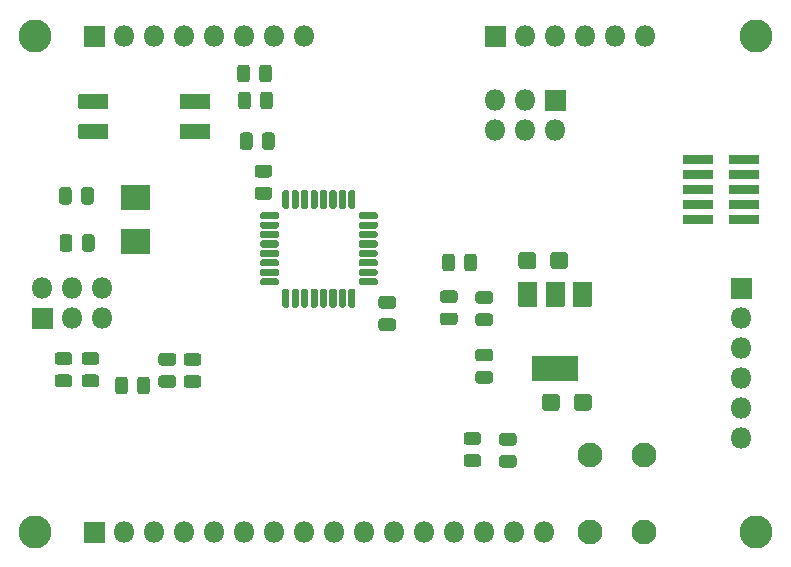
<source format=gbr>
G04 #@! TF.GenerationSoftware,KiCad,Pcbnew,8.0.3+1*
G04 #@! TF.CreationDate,2024-07-04T17:01:04+00:00*
G04 #@! TF.ProjectId,STM32F030K6T6TR_Devel,53544d33-3246-4303-9330-4b3654365452,0.0.2*
G04 #@! TF.SameCoordinates,Original*
G04 #@! TF.FileFunction,Soldermask,Top*
G04 #@! TF.FilePolarity,Negative*
%FSLAX46Y46*%
G04 Gerber Fmt 4.6, Leading zero omitted, Abs format (unit mm)*
G04 Created by KiCad (PCBNEW 8.0.3+1) date 2024-07-04 17:01:04*
%MOMM*%
%LPD*%
G01*
G04 APERTURE LIST*
%ADD10C,2.800000*%
%ADD11C,2.100000*%
%ADD12O,1.800000X1.800000*%
G04 APERTURE END LIST*
D10*
X165000000Y-116000000D03*
X165000000Y-74000000D03*
X104000000Y-74000000D03*
X104000000Y-116000000D03*
G36*
G01*
X111269900Y-86616900D02*
X113669900Y-86616900D01*
G75*
G02*
X113719900Y-86666900I0J-50000D01*
G01*
X113719900Y-88666900D01*
G75*
G02*
X113669900Y-88716900I-50000J0D01*
G01*
X111269900Y-88716900D01*
G75*
G02*
X111219900Y-88666900I0J50000D01*
G01*
X111219900Y-86666900D01*
G75*
G02*
X111269900Y-86616900I50000J0D01*
G01*
G37*
G36*
G01*
X111269900Y-90316900D02*
X113669900Y-90316900D01*
G75*
G02*
X113719900Y-90366900I0J-50000D01*
G01*
X113719900Y-92366900D01*
G75*
G02*
X113669900Y-92416900I-50000J0D01*
G01*
X111269900Y-92416900D01*
G75*
G02*
X111219900Y-92366900I0J50000D01*
G01*
X111219900Y-90366900D01*
G75*
G02*
X111269900Y-90316900I50000J0D01*
G01*
G37*
G36*
G01*
X121157000Y-79927250D02*
X121157000Y-78964750D01*
G75*
G02*
X121425750Y-78696000I268750J0D01*
G01*
X121963250Y-78696000D01*
G75*
G02*
X122232000Y-78964750I0J-268750D01*
G01*
X122232000Y-79927250D01*
G75*
G02*
X121963250Y-80196000I-268750J0D01*
G01*
X121425750Y-80196000D01*
G75*
G02*
X121157000Y-79927250I0J268750D01*
G01*
G37*
G36*
G01*
X123032000Y-79927250D02*
X123032000Y-78964750D01*
G75*
G02*
X123300750Y-78696000I268750J0D01*
G01*
X123838250Y-78696000D01*
G75*
G02*
X124107000Y-78964750I0J-268750D01*
G01*
X124107000Y-79927250D01*
G75*
G02*
X123838250Y-80196000I-268750J0D01*
G01*
X123300750Y-80196000D01*
G75*
G02*
X123032000Y-79927250I0J268750D01*
G01*
G37*
G36*
G01*
X146900000Y-105456482D02*
X146900000Y-104543518D01*
G75*
G02*
X147168518Y-104275000I268518J0D01*
G01*
X148131482Y-104275000D01*
G75*
G02*
X148400000Y-104543518I0J-268518D01*
G01*
X148400000Y-105456482D01*
G75*
G02*
X148131482Y-105725000I-268518J0D01*
G01*
X147168518Y-105725000D01*
G75*
G02*
X146900000Y-105456482I0J268518D01*
G01*
G37*
G36*
G01*
X149600000Y-105456482D02*
X149600000Y-104543518D01*
G75*
G02*
X149868518Y-104275000I268518J0D01*
G01*
X150831482Y-104275000D01*
G75*
G02*
X151100000Y-104543518I0J-268518D01*
G01*
X151100000Y-105456482D01*
G75*
G02*
X150831482Y-105725000I-268518J0D01*
G01*
X149868518Y-105725000D01*
G75*
G02*
X149600000Y-105456482I0J268518D01*
G01*
G37*
G36*
G01*
X115655250Y-103775500D02*
X114692750Y-103775500D01*
G75*
G02*
X114424000Y-103506750I0J268750D01*
G01*
X114424000Y-102969250D01*
G75*
G02*
X114692750Y-102700500I268750J0D01*
G01*
X115655250Y-102700500D01*
G75*
G02*
X115924000Y-102969250I0J-268750D01*
G01*
X115924000Y-103506750D01*
G75*
G02*
X115655250Y-103775500I-268750J0D01*
G01*
G37*
G36*
G01*
X115655250Y-101900500D02*
X114692750Y-101900500D01*
G75*
G02*
X114424000Y-101631750I0J268750D01*
G01*
X114424000Y-101094250D01*
G75*
G02*
X114692750Y-100825500I268750J0D01*
G01*
X115655250Y-100825500D01*
G75*
G02*
X115924000Y-101094250I0J-268750D01*
G01*
X115924000Y-101631750D01*
G75*
G02*
X115655250Y-101900500I-268750J0D01*
G01*
G37*
G36*
G01*
X141379000Y-92680750D02*
X141379000Y-93643250D01*
G75*
G02*
X141110250Y-93912000I-268750J0D01*
G01*
X140572750Y-93912000D01*
G75*
G02*
X140304000Y-93643250I0J268750D01*
G01*
X140304000Y-92680750D01*
G75*
G02*
X140572750Y-92412000I268750J0D01*
G01*
X141110250Y-92412000D01*
G75*
G02*
X141379000Y-92680750I0J-268750D01*
G01*
G37*
G36*
G01*
X139504000Y-92680750D02*
X139504000Y-93643250D01*
G75*
G02*
X139235250Y-93912000I-268750J0D01*
G01*
X138697750Y-93912000D01*
G75*
G02*
X138429000Y-93643250I0J268750D01*
G01*
X138429000Y-92680750D01*
G75*
G02*
X138697750Y-92412000I268750J0D01*
G01*
X139235250Y-92412000D01*
G75*
G02*
X139504000Y-92680750I0J-268750D01*
G01*
G37*
G36*
G01*
X106857250Y-103713000D02*
X105894750Y-103713000D01*
G75*
G02*
X105626000Y-103444250I0J268750D01*
G01*
X105626000Y-102906750D01*
G75*
G02*
X105894750Y-102638000I268750J0D01*
G01*
X106857250Y-102638000D01*
G75*
G02*
X107126000Y-102906750I0J-268750D01*
G01*
X107126000Y-103444250D01*
G75*
G02*
X106857250Y-103713000I-268750J0D01*
G01*
G37*
G36*
G01*
X106857250Y-101838000D02*
X105894750Y-101838000D01*
G75*
G02*
X105626000Y-101569250I0J268750D01*
G01*
X105626000Y-101031750D01*
G75*
G02*
X105894750Y-100763000I268750J0D01*
G01*
X106857250Y-100763000D01*
G75*
G02*
X107126000Y-101031750I0J-268750D01*
G01*
X107126000Y-101569250D01*
G75*
G02*
X106857250Y-101838000I-268750J0D01*
G01*
G37*
G36*
G01*
X143518750Y-107587500D02*
X144481250Y-107587500D01*
G75*
G02*
X144750000Y-107856250I0J-268750D01*
G01*
X144750000Y-108393750D01*
G75*
G02*
X144481250Y-108662500I-268750J0D01*
G01*
X143518750Y-108662500D01*
G75*
G02*
X143250000Y-108393750I0J268750D01*
G01*
X143250000Y-107856250D01*
G75*
G02*
X143518750Y-107587500I268750J0D01*
G01*
G37*
G36*
G01*
X143518750Y-109462500D02*
X144481250Y-109462500D01*
G75*
G02*
X144750000Y-109731250I0J-268750D01*
G01*
X144750000Y-110268750D01*
G75*
G02*
X144481250Y-110537500I-268750J0D01*
G01*
X143518750Y-110537500D01*
G75*
G02*
X143250000Y-110268750I0J268750D01*
G01*
X143250000Y-109731250D01*
G75*
G02*
X143518750Y-109462500I268750J0D01*
G01*
G37*
G36*
G01*
X141518750Y-95587500D02*
X142481250Y-95587500D01*
G75*
G02*
X142750000Y-95856250I0J-268750D01*
G01*
X142750000Y-96393750D01*
G75*
G02*
X142481250Y-96662500I-268750J0D01*
G01*
X141518750Y-96662500D01*
G75*
G02*
X141250000Y-96393750I0J268750D01*
G01*
X141250000Y-95856250D01*
G75*
G02*
X141518750Y-95587500I268750J0D01*
G01*
G37*
G36*
G01*
X141518750Y-97462500D02*
X142481250Y-97462500D01*
G75*
G02*
X142750000Y-97731250I0J-268750D01*
G01*
X142750000Y-98268750D01*
G75*
G02*
X142481250Y-98537500I-268750J0D01*
G01*
X141518750Y-98537500D01*
G75*
G02*
X141250000Y-98268750I0J268750D01*
G01*
X141250000Y-97731250D01*
G75*
G02*
X141518750Y-97462500I268750J0D01*
G01*
G37*
G36*
G01*
X142481250Y-103412500D02*
X141518750Y-103412500D01*
G75*
G02*
X141250000Y-103143750I0J268750D01*
G01*
X141250000Y-102606250D01*
G75*
G02*
X141518750Y-102337500I268750J0D01*
G01*
X142481250Y-102337500D01*
G75*
G02*
X142750000Y-102606250I0J-268750D01*
G01*
X142750000Y-103143750D01*
G75*
G02*
X142481250Y-103412500I-268750J0D01*
G01*
G37*
G36*
G01*
X142481250Y-101537500D02*
X141518750Y-101537500D01*
G75*
G02*
X141250000Y-101268750I0J268750D01*
G01*
X141250000Y-100731250D01*
G75*
G02*
X141518750Y-100462500I268750J0D01*
G01*
X142481250Y-100462500D01*
G75*
G02*
X142750000Y-100731250I0J-268750D01*
G01*
X142750000Y-101268750D01*
G75*
G02*
X142481250Y-101537500I-268750J0D01*
G01*
G37*
G36*
G01*
X124258800Y-82409350D02*
X124258800Y-83371850D01*
G75*
G02*
X123990050Y-83640600I-268750J0D01*
G01*
X123452550Y-83640600D01*
G75*
G02*
X123183800Y-83371850I0J268750D01*
G01*
X123183800Y-82409350D01*
G75*
G02*
X123452550Y-82140600I268750J0D01*
G01*
X123990050Y-82140600D01*
G75*
G02*
X124258800Y-82409350I0J-268750D01*
G01*
G37*
G36*
G01*
X122383800Y-82409350D02*
X122383800Y-83371850D01*
G75*
G02*
X122115050Y-83640600I-268750J0D01*
G01*
X121577550Y-83640600D01*
G75*
G02*
X121308800Y-83371850I0J268750D01*
G01*
X121308800Y-82409350D01*
G75*
G02*
X121577550Y-82140600I268750J0D01*
G01*
X122115050Y-82140600D01*
G75*
G02*
X122383800Y-82409350I0J-268750D01*
G01*
G37*
G36*
G01*
X149550000Y-94800000D02*
X151050000Y-94800000D01*
G75*
G02*
X151100000Y-94850000I0J-50000D01*
G01*
X151100000Y-96850000D01*
G75*
G02*
X151050000Y-96900000I-50000J0D01*
G01*
X149550000Y-96900000D01*
G75*
G02*
X149500000Y-96850000I0J50000D01*
G01*
X149500000Y-94850000D01*
G75*
G02*
X149550000Y-94800000I50000J0D01*
G01*
G37*
G36*
G01*
X147250000Y-94800000D02*
X148750000Y-94800000D01*
G75*
G02*
X148800000Y-94850000I0J-50000D01*
G01*
X148800000Y-96850000D01*
G75*
G02*
X148750000Y-96900000I-50000J0D01*
G01*
X147250000Y-96900000D01*
G75*
G02*
X147200000Y-96850000I0J50000D01*
G01*
X147200000Y-94850000D01*
G75*
G02*
X147250000Y-94800000I50000J0D01*
G01*
G37*
G36*
G01*
X146100000Y-101100000D02*
X149900000Y-101100000D01*
G75*
G02*
X149950000Y-101150000I0J-50000D01*
G01*
X149950000Y-103150000D01*
G75*
G02*
X149900000Y-103200000I-50000J0D01*
G01*
X146100000Y-103200000D01*
G75*
G02*
X146050000Y-103150000I0J50000D01*
G01*
X146050000Y-101150000D01*
G75*
G02*
X146100000Y-101100000I50000J0D01*
G01*
G37*
G36*
G01*
X144950000Y-94800000D02*
X146450000Y-94800000D01*
G75*
G02*
X146500000Y-94850000I0J-50000D01*
G01*
X146500000Y-96850000D01*
G75*
G02*
X146450000Y-96900000I-50000J0D01*
G01*
X144950000Y-96900000D01*
G75*
G02*
X144900000Y-96850000I0J50000D01*
G01*
X144900000Y-94850000D01*
G75*
G02*
X144950000Y-94800000I50000J0D01*
G01*
G37*
D11*
X151000000Y-116000000D03*
X151000000Y-109500000D03*
X155500000Y-116000000D03*
X155500000Y-109500000D03*
G36*
G01*
X109007400Y-91035650D02*
X109007400Y-91998150D01*
G75*
G02*
X108738650Y-92266900I-268750J0D01*
G01*
X108201150Y-92266900D01*
G75*
G02*
X107932400Y-91998150I0J268750D01*
G01*
X107932400Y-91035650D01*
G75*
G02*
X108201150Y-90766900I268750J0D01*
G01*
X108738650Y-90766900D01*
G75*
G02*
X109007400Y-91035650I0J-268750D01*
G01*
G37*
G36*
G01*
X107132400Y-91035650D02*
X107132400Y-91998150D01*
G75*
G02*
X106863650Y-92266900I-268750J0D01*
G01*
X106326150Y-92266900D01*
G75*
G02*
X106057400Y-91998150I0J268750D01*
G01*
X106057400Y-91035650D01*
G75*
G02*
X106326150Y-90766900I268750J0D01*
G01*
X106863650Y-90766900D01*
G75*
G02*
X107132400Y-91035650I0J-268750D01*
G01*
G37*
G36*
G01*
X121078500Y-77641250D02*
X121078500Y-76678750D01*
G75*
G02*
X121347250Y-76410000I268750J0D01*
G01*
X121884750Y-76410000D01*
G75*
G02*
X122153500Y-76678750I0J-268750D01*
G01*
X122153500Y-77641250D01*
G75*
G02*
X121884750Y-77910000I-268750J0D01*
G01*
X121347250Y-77910000D01*
G75*
G02*
X121078500Y-77641250I0J268750D01*
G01*
G37*
G36*
G01*
X122953500Y-77641250D02*
X122953500Y-76678750D01*
G75*
G02*
X123222250Y-76410000I268750J0D01*
G01*
X123759750Y-76410000D01*
G75*
G02*
X124028500Y-76678750I0J-268750D01*
G01*
X124028500Y-77641250D01*
G75*
G02*
X123759750Y-77910000I-268750J0D01*
G01*
X123222250Y-77910000D01*
G75*
G02*
X122953500Y-77641250I0J268750D01*
G01*
G37*
G36*
G01*
X139481250Y-98475000D02*
X138518750Y-98475000D01*
G75*
G02*
X138250000Y-98206250I0J268750D01*
G01*
X138250000Y-97668750D01*
G75*
G02*
X138518750Y-97400000I268750J0D01*
G01*
X139481250Y-97400000D01*
G75*
G02*
X139750000Y-97668750I0J-268750D01*
G01*
X139750000Y-98206250D01*
G75*
G02*
X139481250Y-98475000I-268750J0D01*
G01*
G37*
G36*
G01*
X139481250Y-96600000D02*
X138518750Y-96600000D01*
G75*
G02*
X138250000Y-96331250I0J268750D01*
G01*
X138250000Y-95793750D01*
G75*
G02*
X138518750Y-95525000I268750J0D01*
G01*
X139481250Y-95525000D01*
G75*
G02*
X139750000Y-95793750I0J-268750D01*
G01*
X139750000Y-96331250D01*
G75*
G02*
X139481250Y-96600000I-268750J0D01*
G01*
G37*
G36*
G01*
X109143250Y-103713000D02*
X108180750Y-103713000D01*
G75*
G02*
X107912000Y-103444250I0J268750D01*
G01*
X107912000Y-102906750D01*
G75*
G02*
X108180750Y-102638000I268750J0D01*
G01*
X109143250Y-102638000D01*
G75*
G02*
X109412000Y-102906750I0J-268750D01*
G01*
X109412000Y-103444250D01*
G75*
G02*
X109143250Y-103713000I-268750J0D01*
G01*
G37*
G36*
G01*
X109143250Y-101838000D02*
X108180750Y-101838000D01*
G75*
G02*
X107912000Y-101569250I0J268750D01*
G01*
X107912000Y-101031750D01*
G75*
G02*
X108180750Y-100763000I268750J0D01*
G01*
X109143250Y-100763000D01*
G75*
G02*
X109412000Y-101031750I0J-268750D01*
G01*
X109412000Y-101569250D01*
G75*
G02*
X109143250Y-101838000I-268750J0D01*
G01*
G37*
G36*
G01*
X123025000Y-89350000D02*
X123025000Y-89050000D01*
G75*
G02*
X123175000Y-88900000I150000J0D01*
G01*
X124475000Y-88900000D01*
G75*
G02*
X124625000Y-89050000I0J-150000D01*
G01*
X124625000Y-89350000D01*
G75*
G02*
X124475000Y-89500000I-150000J0D01*
G01*
X123175000Y-89500000D01*
G75*
G02*
X123025000Y-89350000I0J150000D01*
G01*
G37*
G36*
G01*
X123025000Y-90150000D02*
X123025000Y-89850000D01*
G75*
G02*
X123175000Y-89700000I150000J0D01*
G01*
X124475000Y-89700000D01*
G75*
G02*
X124625000Y-89850000I0J-150000D01*
G01*
X124625000Y-90150000D01*
G75*
G02*
X124475000Y-90300000I-150000J0D01*
G01*
X123175000Y-90300000D01*
G75*
G02*
X123025000Y-90150000I0J150000D01*
G01*
G37*
G36*
G01*
X123025000Y-90950000D02*
X123025000Y-90650000D01*
G75*
G02*
X123175000Y-90500000I150000J0D01*
G01*
X124475000Y-90500000D01*
G75*
G02*
X124625000Y-90650000I0J-150000D01*
G01*
X124625000Y-90950000D01*
G75*
G02*
X124475000Y-91100000I-150000J0D01*
G01*
X123175000Y-91100000D01*
G75*
G02*
X123025000Y-90950000I0J150000D01*
G01*
G37*
G36*
G01*
X123025000Y-91750000D02*
X123025000Y-91450000D01*
G75*
G02*
X123175000Y-91300000I150000J0D01*
G01*
X124475000Y-91300000D01*
G75*
G02*
X124625000Y-91450000I0J-150000D01*
G01*
X124625000Y-91750000D01*
G75*
G02*
X124475000Y-91900000I-150000J0D01*
G01*
X123175000Y-91900000D01*
G75*
G02*
X123025000Y-91750000I0J150000D01*
G01*
G37*
G36*
G01*
X123025000Y-92550000D02*
X123025000Y-92250000D01*
G75*
G02*
X123175000Y-92100000I150000J0D01*
G01*
X124475000Y-92100000D01*
G75*
G02*
X124625000Y-92250000I0J-150000D01*
G01*
X124625000Y-92550000D01*
G75*
G02*
X124475000Y-92700000I-150000J0D01*
G01*
X123175000Y-92700000D01*
G75*
G02*
X123025000Y-92550000I0J150000D01*
G01*
G37*
G36*
G01*
X123025000Y-93350000D02*
X123025000Y-93050000D01*
G75*
G02*
X123175000Y-92900000I150000J0D01*
G01*
X124475000Y-92900000D01*
G75*
G02*
X124625000Y-93050000I0J-150000D01*
G01*
X124625000Y-93350000D01*
G75*
G02*
X124475000Y-93500000I-150000J0D01*
G01*
X123175000Y-93500000D01*
G75*
G02*
X123025000Y-93350000I0J150000D01*
G01*
G37*
G36*
G01*
X123025000Y-94150000D02*
X123025000Y-93850000D01*
G75*
G02*
X123175000Y-93700000I150000J0D01*
G01*
X124475000Y-93700000D01*
G75*
G02*
X124625000Y-93850000I0J-150000D01*
G01*
X124625000Y-94150000D01*
G75*
G02*
X124475000Y-94300000I-150000J0D01*
G01*
X123175000Y-94300000D01*
G75*
G02*
X123025000Y-94150000I0J150000D01*
G01*
G37*
G36*
G01*
X123025000Y-94950000D02*
X123025000Y-94650000D01*
G75*
G02*
X123175000Y-94500000I150000J0D01*
G01*
X124475000Y-94500000D01*
G75*
G02*
X124625000Y-94650000I0J-150000D01*
G01*
X124625000Y-94950000D01*
G75*
G02*
X124475000Y-95100000I-150000J0D01*
G01*
X123175000Y-95100000D01*
G75*
G02*
X123025000Y-94950000I0J150000D01*
G01*
G37*
G36*
G01*
X124900000Y-96825000D02*
X124900000Y-95525000D01*
G75*
G02*
X125050000Y-95375000I150000J0D01*
G01*
X125350000Y-95375000D01*
G75*
G02*
X125500000Y-95525000I0J-150000D01*
G01*
X125500000Y-96825000D01*
G75*
G02*
X125350000Y-96975000I-150000J0D01*
G01*
X125050000Y-96975000D01*
G75*
G02*
X124900000Y-96825000I0J150000D01*
G01*
G37*
G36*
G01*
X125700000Y-96825000D02*
X125700000Y-95525000D01*
G75*
G02*
X125850000Y-95375000I150000J0D01*
G01*
X126150000Y-95375000D01*
G75*
G02*
X126300000Y-95525000I0J-150000D01*
G01*
X126300000Y-96825000D01*
G75*
G02*
X126150000Y-96975000I-150000J0D01*
G01*
X125850000Y-96975000D01*
G75*
G02*
X125700000Y-96825000I0J150000D01*
G01*
G37*
G36*
G01*
X126500000Y-96825000D02*
X126500000Y-95525000D01*
G75*
G02*
X126650000Y-95375000I150000J0D01*
G01*
X126950000Y-95375000D01*
G75*
G02*
X127100000Y-95525000I0J-150000D01*
G01*
X127100000Y-96825000D01*
G75*
G02*
X126950000Y-96975000I-150000J0D01*
G01*
X126650000Y-96975000D01*
G75*
G02*
X126500000Y-96825000I0J150000D01*
G01*
G37*
G36*
G01*
X127300000Y-96825000D02*
X127300000Y-95525000D01*
G75*
G02*
X127450000Y-95375000I150000J0D01*
G01*
X127750000Y-95375000D01*
G75*
G02*
X127900000Y-95525000I0J-150000D01*
G01*
X127900000Y-96825000D01*
G75*
G02*
X127750000Y-96975000I-150000J0D01*
G01*
X127450000Y-96975000D01*
G75*
G02*
X127300000Y-96825000I0J150000D01*
G01*
G37*
G36*
G01*
X128100000Y-96825000D02*
X128100000Y-95525000D01*
G75*
G02*
X128250000Y-95375000I150000J0D01*
G01*
X128550000Y-95375000D01*
G75*
G02*
X128700000Y-95525000I0J-150000D01*
G01*
X128700000Y-96825000D01*
G75*
G02*
X128550000Y-96975000I-150000J0D01*
G01*
X128250000Y-96975000D01*
G75*
G02*
X128100000Y-96825000I0J150000D01*
G01*
G37*
G36*
G01*
X128900000Y-96825000D02*
X128900000Y-95525000D01*
G75*
G02*
X129050000Y-95375000I150000J0D01*
G01*
X129350000Y-95375000D01*
G75*
G02*
X129500000Y-95525000I0J-150000D01*
G01*
X129500000Y-96825000D01*
G75*
G02*
X129350000Y-96975000I-150000J0D01*
G01*
X129050000Y-96975000D01*
G75*
G02*
X128900000Y-96825000I0J150000D01*
G01*
G37*
G36*
G01*
X129700000Y-96825000D02*
X129700000Y-95525000D01*
G75*
G02*
X129850000Y-95375000I150000J0D01*
G01*
X130150000Y-95375000D01*
G75*
G02*
X130300000Y-95525000I0J-150000D01*
G01*
X130300000Y-96825000D01*
G75*
G02*
X130150000Y-96975000I-150000J0D01*
G01*
X129850000Y-96975000D01*
G75*
G02*
X129700000Y-96825000I0J150000D01*
G01*
G37*
G36*
G01*
X130500000Y-96825000D02*
X130500000Y-95525000D01*
G75*
G02*
X130650000Y-95375000I150000J0D01*
G01*
X130950000Y-95375000D01*
G75*
G02*
X131100000Y-95525000I0J-150000D01*
G01*
X131100000Y-96825000D01*
G75*
G02*
X130950000Y-96975000I-150000J0D01*
G01*
X130650000Y-96975000D01*
G75*
G02*
X130500000Y-96825000I0J150000D01*
G01*
G37*
G36*
G01*
X131375000Y-94950000D02*
X131375000Y-94650000D01*
G75*
G02*
X131525000Y-94500000I150000J0D01*
G01*
X132825000Y-94500000D01*
G75*
G02*
X132975000Y-94650000I0J-150000D01*
G01*
X132975000Y-94950000D01*
G75*
G02*
X132825000Y-95100000I-150000J0D01*
G01*
X131525000Y-95100000D01*
G75*
G02*
X131375000Y-94950000I0J150000D01*
G01*
G37*
G36*
G01*
X131375000Y-94150000D02*
X131375000Y-93850000D01*
G75*
G02*
X131525000Y-93700000I150000J0D01*
G01*
X132825000Y-93700000D01*
G75*
G02*
X132975000Y-93850000I0J-150000D01*
G01*
X132975000Y-94150000D01*
G75*
G02*
X132825000Y-94300000I-150000J0D01*
G01*
X131525000Y-94300000D01*
G75*
G02*
X131375000Y-94150000I0J150000D01*
G01*
G37*
G36*
G01*
X131375000Y-93350000D02*
X131375000Y-93050000D01*
G75*
G02*
X131525000Y-92900000I150000J0D01*
G01*
X132825000Y-92900000D01*
G75*
G02*
X132975000Y-93050000I0J-150000D01*
G01*
X132975000Y-93350000D01*
G75*
G02*
X132825000Y-93500000I-150000J0D01*
G01*
X131525000Y-93500000D01*
G75*
G02*
X131375000Y-93350000I0J150000D01*
G01*
G37*
G36*
G01*
X131375000Y-92550000D02*
X131375000Y-92250000D01*
G75*
G02*
X131525000Y-92100000I150000J0D01*
G01*
X132825000Y-92100000D01*
G75*
G02*
X132975000Y-92250000I0J-150000D01*
G01*
X132975000Y-92550000D01*
G75*
G02*
X132825000Y-92700000I-150000J0D01*
G01*
X131525000Y-92700000D01*
G75*
G02*
X131375000Y-92550000I0J150000D01*
G01*
G37*
G36*
G01*
X131375000Y-91750000D02*
X131375000Y-91450000D01*
G75*
G02*
X131525000Y-91300000I150000J0D01*
G01*
X132825000Y-91300000D01*
G75*
G02*
X132975000Y-91450000I0J-150000D01*
G01*
X132975000Y-91750000D01*
G75*
G02*
X132825000Y-91900000I-150000J0D01*
G01*
X131525000Y-91900000D01*
G75*
G02*
X131375000Y-91750000I0J150000D01*
G01*
G37*
G36*
G01*
X131375000Y-90950000D02*
X131375000Y-90650000D01*
G75*
G02*
X131525000Y-90500000I150000J0D01*
G01*
X132825000Y-90500000D01*
G75*
G02*
X132975000Y-90650000I0J-150000D01*
G01*
X132975000Y-90950000D01*
G75*
G02*
X132825000Y-91100000I-150000J0D01*
G01*
X131525000Y-91100000D01*
G75*
G02*
X131375000Y-90950000I0J150000D01*
G01*
G37*
G36*
G01*
X131375000Y-90150000D02*
X131375000Y-89850000D01*
G75*
G02*
X131525000Y-89700000I150000J0D01*
G01*
X132825000Y-89700000D01*
G75*
G02*
X132975000Y-89850000I0J-150000D01*
G01*
X132975000Y-90150000D01*
G75*
G02*
X132825000Y-90300000I-150000J0D01*
G01*
X131525000Y-90300000D01*
G75*
G02*
X131375000Y-90150000I0J150000D01*
G01*
G37*
G36*
G01*
X131375000Y-89350000D02*
X131375000Y-89050000D01*
G75*
G02*
X131525000Y-88900000I150000J0D01*
G01*
X132825000Y-88900000D01*
G75*
G02*
X132975000Y-89050000I0J-150000D01*
G01*
X132975000Y-89350000D01*
G75*
G02*
X132825000Y-89500000I-150000J0D01*
G01*
X131525000Y-89500000D01*
G75*
G02*
X131375000Y-89350000I0J150000D01*
G01*
G37*
G36*
G01*
X130500000Y-88475000D02*
X130500000Y-87175000D01*
G75*
G02*
X130650000Y-87025000I150000J0D01*
G01*
X130950000Y-87025000D01*
G75*
G02*
X131100000Y-87175000I0J-150000D01*
G01*
X131100000Y-88475000D01*
G75*
G02*
X130950000Y-88625000I-150000J0D01*
G01*
X130650000Y-88625000D01*
G75*
G02*
X130500000Y-88475000I0J150000D01*
G01*
G37*
G36*
G01*
X129700000Y-88475000D02*
X129700000Y-87175000D01*
G75*
G02*
X129850000Y-87025000I150000J0D01*
G01*
X130150000Y-87025000D01*
G75*
G02*
X130300000Y-87175000I0J-150000D01*
G01*
X130300000Y-88475000D01*
G75*
G02*
X130150000Y-88625000I-150000J0D01*
G01*
X129850000Y-88625000D01*
G75*
G02*
X129700000Y-88475000I0J150000D01*
G01*
G37*
G36*
G01*
X128900000Y-88475000D02*
X128900000Y-87175000D01*
G75*
G02*
X129050000Y-87025000I150000J0D01*
G01*
X129350000Y-87025000D01*
G75*
G02*
X129500000Y-87175000I0J-150000D01*
G01*
X129500000Y-88475000D01*
G75*
G02*
X129350000Y-88625000I-150000J0D01*
G01*
X129050000Y-88625000D01*
G75*
G02*
X128900000Y-88475000I0J150000D01*
G01*
G37*
G36*
G01*
X128100000Y-88475000D02*
X128100000Y-87175000D01*
G75*
G02*
X128250000Y-87025000I150000J0D01*
G01*
X128550000Y-87025000D01*
G75*
G02*
X128700000Y-87175000I0J-150000D01*
G01*
X128700000Y-88475000D01*
G75*
G02*
X128550000Y-88625000I-150000J0D01*
G01*
X128250000Y-88625000D01*
G75*
G02*
X128100000Y-88475000I0J150000D01*
G01*
G37*
G36*
G01*
X127300000Y-88475000D02*
X127300000Y-87175000D01*
G75*
G02*
X127450000Y-87025000I150000J0D01*
G01*
X127750000Y-87025000D01*
G75*
G02*
X127900000Y-87175000I0J-150000D01*
G01*
X127900000Y-88475000D01*
G75*
G02*
X127750000Y-88625000I-150000J0D01*
G01*
X127450000Y-88625000D01*
G75*
G02*
X127300000Y-88475000I0J150000D01*
G01*
G37*
G36*
G01*
X126500000Y-88475000D02*
X126500000Y-87175000D01*
G75*
G02*
X126650000Y-87025000I150000J0D01*
G01*
X126950000Y-87025000D01*
G75*
G02*
X127100000Y-87175000I0J-150000D01*
G01*
X127100000Y-88475000D01*
G75*
G02*
X126950000Y-88625000I-150000J0D01*
G01*
X126650000Y-88625000D01*
G75*
G02*
X126500000Y-88475000I0J150000D01*
G01*
G37*
G36*
G01*
X125700000Y-88475000D02*
X125700000Y-87175000D01*
G75*
G02*
X125850000Y-87025000I150000J0D01*
G01*
X126150000Y-87025000D01*
G75*
G02*
X126300000Y-87175000I0J-150000D01*
G01*
X126300000Y-88475000D01*
G75*
G02*
X126150000Y-88625000I-150000J0D01*
G01*
X125850000Y-88625000D01*
G75*
G02*
X125700000Y-88475000I0J150000D01*
G01*
G37*
G36*
G01*
X124900000Y-88475000D02*
X124900000Y-87175000D01*
G75*
G02*
X125050000Y-87025000I150000J0D01*
G01*
X125350000Y-87025000D01*
G75*
G02*
X125500000Y-87175000I0J-150000D01*
G01*
X125500000Y-88475000D01*
G75*
G02*
X125350000Y-88625000I-150000J0D01*
G01*
X125050000Y-88625000D01*
G75*
G02*
X124900000Y-88475000I0J150000D01*
G01*
G37*
G36*
G01*
X108944900Y-87035650D02*
X108944900Y-87998150D01*
G75*
G02*
X108676150Y-88266900I-268750J0D01*
G01*
X108138650Y-88266900D01*
G75*
G02*
X107869900Y-87998150I0J268750D01*
G01*
X107869900Y-87035650D01*
G75*
G02*
X108138650Y-86766900I268750J0D01*
G01*
X108676150Y-86766900D01*
G75*
G02*
X108944900Y-87035650I0J-268750D01*
G01*
G37*
G36*
G01*
X107069900Y-87035650D02*
X107069900Y-87998150D01*
G75*
G02*
X106801150Y-88266900I-268750J0D01*
G01*
X106263650Y-88266900D01*
G75*
G02*
X105994900Y-87998150I0J268750D01*
G01*
X105994900Y-87035650D01*
G75*
G02*
X106263650Y-86766900I268750J0D01*
G01*
X106801150Y-86766900D01*
G75*
G02*
X107069900Y-87035650I0J-268750D01*
G01*
G37*
G36*
G01*
X141481250Y-110475000D02*
X140518750Y-110475000D01*
G75*
G02*
X140250000Y-110206250I0J268750D01*
G01*
X140250000Y-109668750D01*
G75*
G02*
X140518750Y-109400000I268750J0D01*
G01*
X141481250Y-109400000D01*
G75*
G02*
X141750000Y-109668750I0J-268750D01*
G01*
X141750000Y-110206250D01*
G75*
G02*
X141481250Y-110475000I-268750J0D01*
G01*
G37*
G36*
G01*
X141481250Y-108600000D02*
X140518750Y-108600000D01*
G75*
G02*
X140250000Y-108331250I0J268750D01*
G01*
X140250000Y-107793750D01*
G75*
G02*
X140518750Y-107525000I268750J0D01*
G01*
X141481250Y-107525000D01*
G75*
G02*
X141750000Y-107793750I0J-268750D01*
G01*
X141750000Y-108331250D01*
G75*
G02*
X141481250Y-108600000I-268750J0D01*
G01*
G37*
G36*
G01*
X144900000Y-93456482D02*
X144900000Y-92543518D01*
G75*
G02*
X145168518Y-92275000I268518J0D01*
G01*
X146131482Y-92275000D01*
G75*
G02*
X146400000Y-92543518I0J-268518D01*
G01*
X146400000Y-93456482D01*
G75*
G02*
X146131482Y-93725000I-268518J0D01*
G01*
X145168518Y-93725000D01*
G75*
G02*
X144900000Y-93456482I0J268518D01*
G01*
G37*
G36*
G01*
X147600000Y-93456482D02*
X147600000Y-92543518D01*
G75*
G02*
X147868518Y-92275000I268518J0D01*
G01*
X148831482Y-92275000D01*
G75*
G02*
X149100000Y-92543518I0J-268518D01*
G01*
X149100000Y-93456482D01*
G75*
G02*
X148831482Y-93725000I-268518J0D01*
G01*
X147868518Y-93725000D01*
G75*
G02*
X147600000Y-93456482I0J268518D01*
G01*
G37*
G36*
G01*
X113693000Y-103094750D02*
X113693000Y-104057250D01*
G75*
G02*
X113424250Y-104326000I-268750J0D01*
G01*
X112886750Y-104326000D01*
G75*
G02*
X112618000Y-104057250I0J268750D01*
G01*
X112618000Y-103094750D01*
G75*
G02*
X112886750Y-102826000I268750J0D01*
G01*
X113424250Y-102826000D01*
G75*
G02*
X113693000Y-103094750I0J-268750D01*
G01*
G37*
G36*
G01*
X111818000Y-103094750D02*
X111818000Y-104057250D01*
G75*
G02*
X111549250Y-104326000I-268750J0D01*
G01*
X111011750Y-104326000D01*
G75*
G02*
X110743000Y-104057250I0J268750D01*
G01*
X110743000Y-103094750D01*
G75*
G02*
X111011750Y-102826000I268750J0D01*
G01*
X111549250Y-102826000D01*
G75*
G02*
X111818000Y-103094750I0J-268750D01*
G01*
G37*
G36*
G01*
X134263250Y-98957900D02*
X133300750Y-98957900D01*
G75*
G02*
X133032000Y-98689150I0J268750D01*
G01*
X133032000Y-98151650D01*
G75*
G02*
X133300750Y-97882900I268750J0D01*
G01*
X134263250Y-97882900D01*
G75*
G02*
X134532000Y-98151650I0J-268750D01*
G01*
X134532000Y-98689150D01*
G75*
G02*
X134263250Y-98957900I-268750J0D01*
G01*
G37*
G36*
G01*
X134263250Y-97082900D02*
X133300750Y-97082900D01*
G75*
G02*
X133032000Y-96814150I0J268750D01*
G01*
X133032000Y-96276650D01*
G75*
G02*
X133300750Y-96007900I268750J0D01*
G01*
X134263250Y-96007900D01*
G75*
G02*
X134532000Y-96276650I0J-268750D01*
G01*
X134532000Y-96814150D01*
G75*
G02*
X134263250Y-97082900I-268750J0D01*
G01*
G37*
G36*
G01*
X117779250Y-103781000D02*
X116816750Y-103781000D01*
G75*
G02*
X116548000Y-103512250I0J268750D01*
G01*
X116548000Y-102974750D01*
G75*
G02*
X116816750Y-102706000I268750J0D01*
G01*
X117779250Y-102706000D01*
G75*
G02*
X118048000Y-102974750I0J-268750D01*
G01*
X118048000Y-103512250D01*
G75*
G02*
X117779250Y-103781000I-268750J0D01*
G01*
G37*
G36*
G01*
X117779250Y-101906000D02*
X116816750Y-101906000D01*
G75*
G02*
X116548000Y-101637250I0J268750D01*
G01*
X116548000Y-101099750D01*
G75*
G02*
X116816750Y-100831000I268750J0D01*
G01*
X117779250Y-100831000D01*
G75*
G02*
X118048000Y-101099750I0J-268750D01*
G01*
X118048000Y-101637250D01*
G75*
G02*
X117779250Y-101906000I-268750J0D01*
G01*
G37*
G36*
G01*
X122823250Y-84895400D02*
X123785750Y-84895400D01*
G75*
G02*
X124054500Y-85164150I0J-268750D01*
G01*
X124054500Y-85701650D01*
G75*
G02*
X123785750Y-85970400I-268750J0D01*
G01*
X122823250Y-85970400D01*
G75*
G02*
X122554500Y-85701650I0J268750D01*
G01*
X122554500Y-85164150D01*
G75*
G02*
X122823250Y-84895400I268750J0D01*
G01*
G37*
G36*
G01*
X122823250Y-86770400D02*
X123785750Y-86770400D01*
G75*
G02*
X124054500Y-87039150I0J-268750D01*
G01*
X124054500Y-87576650D01*
G75*
G02*
X123785750Y-87845400I-268750J0D01*
G01*
X122823250Y-87845400D01*
G75*
G02*
X122554500Y-87576650I0J268750D01*
G01*
X122554500Y-87039150D01*
G75*
G02*
X122823250Y-86770400I268750J0D01*
G01*
G37*
G36*
G01*
X109850000Y-74900000D02*
X108150000Y-74900000D01*
G75*
G02*
X108100000Y-74850000I0J50000D01*
G01*
X108100000Y-73150000D01*
G75*
G02*
X108150000Y-73100000I50000J0D01*
G01*
X109850000Y-73100000D01*
G75*
G02*
X109900000Y-73150000I0J-50000D01*
G01*
X109900000Y-74850000D01*
G75*
G02*
X109850000Y-74900000I-50000J0D01*
G01*
G37*
D12*
X111540000Y-74000000D03*
X114080000Y-74000000D03*
X116620000Y-74000000D03*
X119160000Y-74000000D03*
X121700000Y-74000000D03*
X124240000Y-74000000D03*
X126780000Y-74000000D03*
G36*
G01*
X109850000Y-116900000D02*
X108150000Y-116900000D01*
G75*
G02*
X108100000Y-116850000I0J50000D01*
G01*
X108100000Y-115150000D01*
G75*
G02*
X108150000Y-115100000I50000J0D01*
G01*
X109850000Y-115100000D01*
G75*
G02*
X109900000Y-115150000I0J-50000D01*
G01*
X109900000Y-116850000D01*
G75*
G02*
X109850000Y-116900000I-50000J0D01*
G01*
G37*
X111540000Y-116000000D03*
X114080000Y-116000000D03*
X116620000Y-116000000D03*
X119160000Y-116000000D03*
X121700000Y-116000000D03*
X124240000Y-116000000D03*
X126780000Y-116000000D03*
X129320000Y-116000000D03*
X131860000Y-116000000D03*
X134400000Y-116000000D03*
X136940000Y-116000000D03*
X139480000Y-116000000D03*
X142020000Y-116000000D03*
X144560000Y-116000000D03*
X147100000Y-116000000D03*
G36*
G01*
X165258000Y-89150000D02*
X165258000Y-89890000D01*
G75*
G02*
X165208000Y-89940000I-50000J0D01*
G01*
X162808000Y-89940000D01*
G75*
G02*
X162758000Y-89890000I0J50000D01*
G01*
X162758000Y-89150000D01*
G75*
G02*
X162808000Y-89100000I50000J0D01*
G01*
X165208000Y-89100000D01*
G75*
G02*
X165258000Y-89150000I0J-50000D01*
G01*
G37*
G36*
G01*
X161358000Y-89150000D02*
X161358000Y-89890000D01*
G75*
G02*
X161308000Y-89940000I-50000J0D01*
G01*
X158908000Y-89940000D01*
G75*
G02*
X158858000Y-89890000I0J50000D01*
G01*
X158858000Y-89150000D01*
G75*
G02*
X158908000Y-89100000I50000J0D01*
G01*
X161308000Y-89100000D01*
G75*
G02*
X161358000Y-89150000I0J-50000D01*
G01*
G37*
G36*
G01*
X165258000Y-87880000D02*
X165258000Y-88620000D01*
G75*
G02*
X165208000Y-88670000I-50000J0D01*
G01*
X162808000Y-88670000D01*
G75*
G02*
X162758000Y-88620000I0J50000D01*
G01*
X162758000Y-87880000D01*
G75*
G02*
X162808000Y-87830000I50000J0D01*
G01*
X165208000Y-87830000D01*
G75*
G02*
X165258000Y-87880000I0J-50000D01*
G01*
G37*
G36*
G01*
X161358000Y-87880000D02*
X161358000Y-88620000D01*
G75*
G02*
X161308000Y-88670000I-50000J0D01*
G01*
X158908000Y-88670000D01*
G75*
G02*
X158858000Y-88620000I0J50000D01*
G01*
X158858000Y-87880000D01*
G75*
G02*
X158908000Y-87830000I50000J0D01*
G01*
X161308000Y-87830000D01*
G75*
G02*
X161358000Y-87880000I0J-50000D01*
G01*
G37*
G36*
G01*
X165258000Y-86610000D02*
X165258000Y-87350000D01*
G75*
G02*
X165208000Y-87400000I-50000J0D01*
G01*
X162808000Y-87400000D01*
G75*
G02*
X162758000Y-87350000I0J50000D01*
G01*
X162758000Y-86610000D01*
G75*
G02*
X162808000Y-86560000I50000J0D01*
G01*
X165208000Y-86560000D01*
G75*
G02*
X165258000Y-86610000I0J-50000D01*
G01*
G37*
G36*
G01*
X161358000Y-86610000D02*
X161358000Y-87350000D01*
G75*
G02*
X161308000Y-87400000I-50000J0D01*
G01*
X158908000Y-87400000D01*
G75*
G02*
X158858000Y-87350000I0J50000D01*
G01*
X158858000Y-86610000D01*
G75*
G02*
X158908000Y-86560000I50000J0D01*
G01*
X161308000Y-86560000D01*
G75*
G02*
X161358000Y-86610000I0J-50000D01*
G01*
G37*
G36*
G01*
X165258000Y-85340000D02*
X165258000Y-86080000D01*
G75*
G02*
X165208000Y-86130000I-50000J0D01*
G01*
X162808000Y-86130000D01*
G75*
G02*
X162758000Y-86080000I0J50000D01*
G01*
X162758000Y-85340000D01*
G75*
G02*
X162808000Y-85290000I50000J0D01*
G01*
X165208000Y-85290000D01*
G75*
G02*
X165258000Y-85340000I0J-50000D01*
G01*
G37*
G36*
G01*
X161358000Y-85340000D02*
X161358000Y-86080000D01*
G75*
G02*
X161308000Y-86130000I-50000J0D01*
G01*
X158908000Y-86130000D01*
G75*
G02*
X158858000Y-86080000I0J50000D01*
G01*
X158858000Y-85340000D01*
G75*
G02*
X158908000Y-85290000I50000J0D01*
G01*
X161308000Y-85290000D01*
G75*
G02*
X161358000Y-85340000I0J-50000D01*
G01*
G37*
G36*
G01*
X165258000Y-84070000D02*
X165258000Y-84810000D01*
G75*
G02*
X165208000Y-84860000I-50000J0D01*
G01*
X162808000Y-84860000D01*
G75*
G02*
X162758000Y-84810000I0J50000D01*
G01*
X162758000Y-84070000D01*
G75*
G02*
X162808000Y-84020000I50000J0D01*
G01*
X165208000Y-84020000D01*
G75*
G02*
X165258000Y-84070000I0J-50000D01*
G01*
G37*
G36*
G01*
X161358000Y-84070000D02*
X161358000Y-84810000D01*
G75*
G02*
X161308000Y-84860000I-50000J0D01*
G01*
X158908000Y-84860000D01*
G75*
G02*
X158858000Y-84810000I0J50000D01*
G01*
X158858000Y-84070000D01*
G75*
G02*
X158908000Y-84020000I50000J0D01*
G01*
X161308000Y-84020000D01*
G75*
G02*
X161358000Y-84070000I0J-50000D01*
G01*
G37*
G36*
G01*
X107633000Y-80097800D02*
X107633000Y-78977800D01*
G75*
G02*
X107683000Y-78927800I50000J0D01*
G01*
X110123000Y-78927800D01*
G75*
G02*
X110173000Y-78977800I0J-50000D01*
G01*
X110173000Y-80097800D01*
G75*
G02*
X110123000Y-80147800I-50000J0D01*
G01*
X107683000Y-80147800D01*
G75*
G02*
X107633000Y-80097800I0J50000D01*
G01*
G37*
G36*
G01*
X107633000Y-82637800D02*
X107633000Y-81517800D01*
G75*
G02*
X107683000Y-81467800I50000J0D01*
G01*
X110123000Y-81467800D01*
G75*
G02*
X110173000Y-81517800I0J-50000D01*
G01*
X110173000Y-82637800D01*
G75*
G02*
X110123000Y-82687800I-50000J0D01*
G01*
X107683000Y-82687800D01*
G75*
G02*
X107633000Y-82637800I0J50000D01*
G01*
G37*
G36*
G01*
X116243000Y-82637800D02*
X116243000Y-81517800D01*
G75*
G02*
X116293000Y-81467800I50000J0D01*
G01*
X118733000Y-81467800D01*
G75*
G02*
X118783000Y-81517800I0J-50000D01*
G01*
X118783000Y-82637800D01*
G75*
G02*
X118733000Y-82687800I-50000J0D01*
G01*
X116293000Y-82687800D01*
G75*
G02*
X116243000Y-82637800I0J50000D01*
G01*
G37*
G36*
G01*
X116243000Y-80097800D02*
X116243000Y-78977800D01*
G75*
G02*
X116293000Y-78927800I50000J0D01*
G01*
X118733000Y-78927800D01*
G75*
G02*
X118783000Y-78977800I0J-50000D01*
G01*
X118783000Y-80097800D01*
G75*
G02*
X118733000Y-80147800I-50000J0D01*
G01*
X116293000Y-80147800D01*
G75*
G02*
X116243000Y-80097800I0J50000D01*
G01*
G37*
G36*
G01*
X143788700Y-74900000D02*
X142088700Y-74900000D01*
G75*
G02*
X142038700Y-74850000I0J50000D01*
G01*
X142038700Y-73150000D01*
G75*
G02*
X142088700Y-73100000I50000J0D01*
G01*
X143788700Y-73100000D01*
G75*
G02*
X143838700Y-73150000I0J-50000D01*
G01*
X143838700Y-74850000D01*
G75*
G02*
X143788700Y-74900000I-50000J0D01*
G01*
G37*
X145478700Y-74000000D03*
X148018700Y-74000000D03*
X150558700Y-74000000D03*
X153098700Y-74000000D03*
X155638700Y-74000000D03*
G36*
G01*
X147181400Y-78536200D02*
X148881400Y-78536200D01*
G75*
G02*
X148931400Y-78586200I0J-50000D01*
G01*
X148931400Y-80286200D01*
G75*
G02*
X148881400Y-80336200I-50000J0D01*
G01*
X147181400Y-80336200D01*
G75*
G02*
X147131400Y-80286200I0J50000D01*
G01*
X147131400Y-78586200D01*
G75*
G02*
X147181400Y-78536200I50000J0D01*
G01*
G37*
X148031400Y-81976200D03*
X145491400Y-79436200D03*
X145491400Y-81976200D03*
X142951400Y-79436200D03*
X142951400Y-81976200D03*
G36*
G01*
X105447400Y-98802000D02*
X103747400Y-98802000D01*
G75*
G02*
X103697400Y-98752000I0J50000D01*
G01*
X103697400Y-97052000D01*
G75*
G02*
X103747400Y-97002000I50000J0D01*
G01*
X105447400Y-97002000D01*
G75*
G02*
X105497400Y-97052000I0J-50000D01*
G01*
X105497400Y-98752000D01*
G75*
G02*
X105447400Y-98802000I-50000J0D01*
G01*
G37*
X104597400Y-95362000D03*
X107137400Y-97902000D03*
X107137400Y-95362000D03*
X109677400Y-97902000D03*
X109677400Y-95362000D03*
G36*
G01*
X162854000Y-96212000D02*
X162854000Y-94512000D01*
G75*
G02*
X162904000Y-94462000I50000J0D01*
G01*
X164604000Y-94462000D01*
G75*
G02*
X164654000Y-94512000I0J-50000D01*
G01*
X164654000Y-96212000D01*
G75*
G02*
X164604000Y-96262000I-50000J0D01*
G01*
X162904000Y-96262000D01*
G75*
G02*
X162854000Y-96212000I0J50000D01*
G01*
G37*
X163754000Y-97902000D03*
X163754000Y-100442000D03*
X163754000Y-102982000D03*
X163754000Y-105522000D03*
X163754000Y-108062000D03*
M02*

</source>
